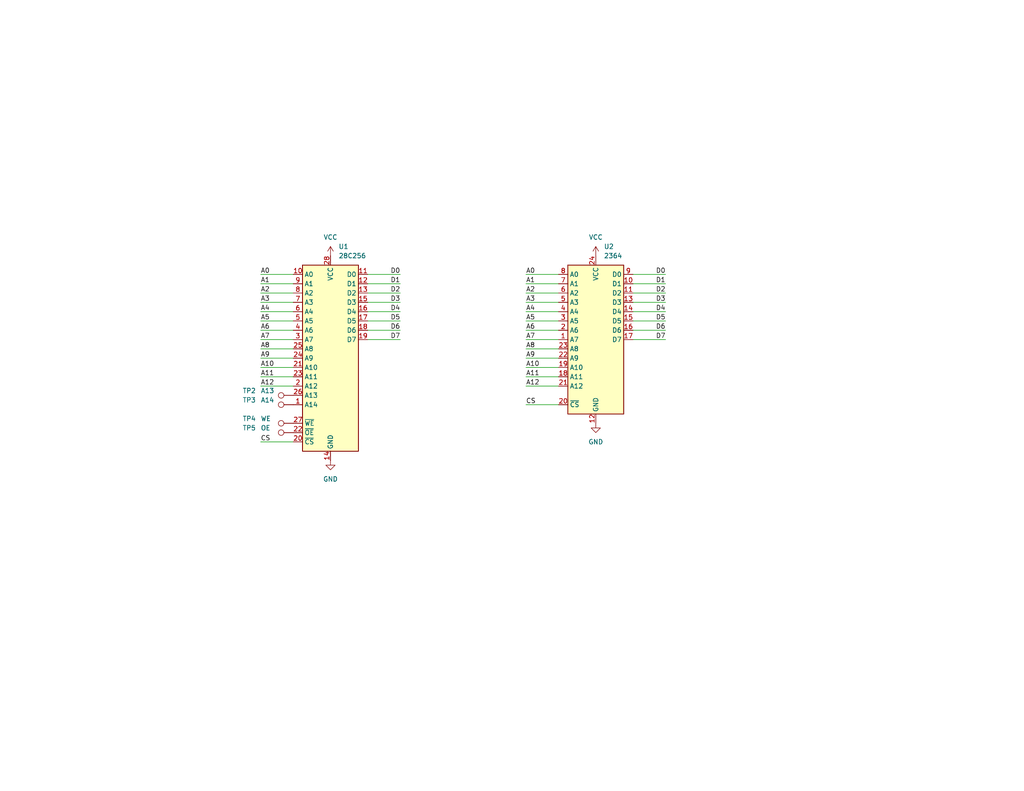
<source format=kicad_sch>
(kicad_sch (version 20231120) (generator "eeschema") (generator_version "8.0")
  (paper "A")
  (title_block (date "2024-06-14"))
  (lib_symbols
    (symbol "Connector:TestPoint" (pin_numbers hide) (pin_names (offset 0.762) hide)
      (property "Reference" "TP" (at 0 6.858 0))
      (property "Value" "TestPoint" (at 0 5.08 0))
      (symbol "TestPoint_0_1"
        (circle (center 0 3.302) (radius 0.762))
      )
      (symbol "TestPoint_1_1"
        (pin passive line (at 0 0 90) (length 2.54) (name "1") (number "1"))
      )
    )
    (symbol "Memory_EEPROM:28C256"
      (property "Reference" "U" (at -7.62 26.67 0))
      (property "Value" "28C256" (at 2.54 -26.67 0))
      (symbol "28C256_1_1"
        (rectangle (start -7.62 25.4) (end 7.62 -25.4) (stroke (width 0.254)) (fill (type background)))
        (pin input line (at -10.16 -12.7 0) (length 2.54) (name "A14") (number "1"))
        (pin input line (at -10.16 22.86 0) (length 2.54) (name "A0") (number "10"))
        (pin tri_state line (at 10.16 22.86 180) (length 2.54) (name "D0") (number "11"))
        (pin tri_state line (at 10.16 20.32 180) (length 2.54) (name "D1") (number "12"))
        (pin tri_state line (at 10.16 17.78 180) (length 2.54) (name "D2") (number "13"))
        (pin power_in line (at 0 -27.94 90) (length 2.54) (name "GND") (number "14"))
        (pin tri_state line (at 10.16 15.24 180) (length 2.54) (name "D3") (number "15"))
        (pin tri_state line (at 10.16 12.7 180) (length 2.54) (name "D4") (number "16"))
        (pin tri_state line (at 10.16 10.16 180) (length 2.54) (name "D5") (number "17"))
        (pin tri_state line (at 10.16 7.62 180) (length 2.54) (name "D6") (number "18"))
        (pin tri_state line (at 10.16 5.08 180) (length 2.54) (name "D7") (number "19"))
        (pin input line (at -10.16 -7.62 0) (length 2.54) (name "A12") (number "2"))
        (pin input line (at -10.16 -22.86 0) (length 2.54) (name "~{CS}") (number "20"))
        (pin input line (at -10.16 -2.54 0) (length 2.54) (name "A10") (number "21"))
        (pin input line (at -10.16 -20.32 0) (length 2.54) (name "~{OE}") (number "22"))
        (pin input line (at -10.16 -5.08 0) (length 2.54) (name "A11") (number "23"))
        (pin input line (at -10.16 0 0) (length 2.54) (name "A9") (number "24"))
        (pin input line (at -10.16 2.54 0) (length 2.54) (name "A8") (number "25"))
        (pin input line (at -10.16 -10.16 0) (length 2.54) (name "A13") (number "26"))
        (pin input line (at -10.16 -17.78 0) (length 2.54) (name "~{WE}") (number "27"))
        (pin power_in line (at 0 27.94 270) (length 2.54) (name "VCC") (number "28"))
        (pin input line (at -10.16 5.08 0) (length 2.54) (name "A7") (number "3"))
        (pin input line (at -10.16 7.62 0) (length 2.54) (name "A6") (number "4"))
        (pin input line (at -10.16 10.16 0) (length 2.54) (name "A5") (number "5"))
        (pin input line (at -10.16 12.7 0) (length 2.54) (name "A4") (number "6"))
        (pin input line (at -10.16 15.24 0) (length 2.54) (name "A3") (number "7"))
        (pin input line (at -10.16 17.78 0) (length 2.54) (name "A2") (number "8"))
        (pin input line (at -10.16 20.32 0) (length 2.54) (name "A1") (number "9"))
      )
    )
    (symbol "picoprom-mask-rom:2364"
      (property "Reference" "U" (at -7.62 21.59 0))
      (property "Value" "2364" (at 2.286 -21.844 0))
      (symbol "2364_1_1"
        (rectangle (start -7.62 20.32) (end 7.62 -20.32) (stroke (width 0.254)) (fill (type background)))
        (pin input line (at -10.16 0 0) (length 2.54) (name "A7") (number "1"))
        (pin tri_state line (at 10.16 15.24 180) (length 2.54) (name "D1") (number "10"))
        (pin tri_state line (at 10.16 12.7 180) (length 2.54) (name "D2") (number "11"))
        (pin power_in line (at 0 -22.86 90) (length 2.54) (name "GND") (number "12"))
        (pin tri_state line (at 10.16 10.16 180) (length 2.54) (name "D3") (number "13"))
        (pin tri_state line (at 10.16 7.62 180) (length 2.54) (name "D4") (number "14"))
        (pin tri_state line (at 10.16 5.08 180) (length 2.54) (name "D5") (number "15"))
        (pin tri_state line (at 10.16 2.54 180) (length 2.54) (name "D6") (number "16"))
        (pin tri_state line (at 10.16 0 180) (length 2.54) (name "D7") (number "17"))
        (pin input line (at -10.16 -10.16 0) (length 2.54) (name "A11") (number "18"))
        (pin input line (at -10.16 -7.62 0) (length 2.54) (name "A10") (number "19"))
        (pin input line (at -10.16 2.54 0) (length 2.54) (name "A6") (number "2"))
        (pin input line (at -10.16 -17.78 0) (length 2.54) (name "~{CS}") (number "20"))
        (pin input line (at -10.16 -12.7 0) (length 2.54) (name "A12") (number "21"))
        (pin input line (at -10.16 -5.08 0) (length 2.54) (name "A9") (number "22"))
        (pin input line (at -10.16 -2.54 0) (length 2.54) (name "A8") (number "23"))
        (pin power_in line (at 0 22.86 270) (length 2.54) (name "VCC") (number "24"))
        (pin input line (at -10.16 5.08 0) (length 2.54) (name "A5") (number "3"))
        (pin input line (at -10.16 7.62 0) (length 2.54) (name "A4") (number "4"))
        (pin input line (at -10.16 10.16 0) (length 2.54) (name "A3") (number "5"))
        (pin input line (at -10.16 12.7 0) (length 2.54) (name "A2") (number "6"))
        (pin input line (at -10.16 15.24 0) (length 2.54) (name "A1") (number "7"))
        (pin input line (at -10.16 17.78 0) (length 2.54) (name "A0") (number "8"))
        (pin tri_state line (at 10.16 17.78 180) (length 2.54) (name "D0") (number "9"))
      )
    )
    (symbol "power:GND" (power) (pin_names (offset 0))
      (property "Value" "GND" (at 0 -3.81 0))
      (symbol "GND_0_1"
        (polyline (pts (xy 0 0) (xy 0 -1.27) (xy 1.27 -1.27) (xy 0 -2.54) (xy -1.27 -1.27) (xy 0 -1.27)))
      )
      (symbol "GND_1_1"
        (pin power_in line (at 0 0 270) (length 0) hide (name "GND") (number "1"))
      )
    )
    (symbol "power:VCC" (power) (pin_names (offset 0))
      (property "Value" "VCC" (at 0 3.81 0))
      (symbol "VCC_0_1"
        (polyline (pts (xy -0.762 1.27) (xy 0 2.54)))
        (polyline (pts (xy 0 0) (xy 0 2.54)))
        (polyline (pts (xy 0 2.54) (xy 0.762 1.27)))
      )
      (symbol "VCC_1_1"
        (pin power_in line (at 0 0 90) (length 0) hide (name "VCC") (number "1"))
      )
    )
  )
  (wire (pts (xy 143.51 97.79) (xy 152.4 97.79)))
  (wire (pts (xy 181.61 77.47) (xy 172.72 77.47)))
  (wire (pts (xy 71.12 100.33) (xy 80.01 100.33)))
  (wire (pts (xy 71.12 80.01) (xy 80.01 80.01)))
  (wire (pts (xy 109.22 80.01) (xy 100.33 80.01)))
  (wire (pts (xy 109.22 82.55) (xy 100.33 82.55)))
  (wire (pts (xy 71.12 87.63) (xy 80.01 87.63)))
  (wire (pts (xy 181.61 80.01) (xy 172.72 80.01)))
  (wire (pts (xy 71.12 77.47) (xy 80.01 77.47)))
  (wire (pts (xy 181.61 82.55) (xy 172.72 82.55)))
  (wire (pts (xy 181.61 87.63) (xy 172.72 87.63)))
  (wire (pts (xy 109.22 77.47) (xy 100.33 77.47)))
  (wire (pts (xy 71.12 95.25) (xy 80.01 95.25)))
  (wire (pts (xy 143.51 82.55) (xy 152.4 82.55)))
  (wire (pts (xy 143.51 102.87) (xy 152.4 102.87)))
  (wire (pts (xy 71.12 120.65) (xy 80.01 120.65)))
  (wire (pts (xy 71.12 74.93) (xy 80.01 74.93)))
  (wire (pts (xy 143.51 74.93) (xy 152.4 74.93)))
  (wire (pts (xy 109.22 74.93) (xy 100.33 74.93)))
  (wire (pts (xy 109.22 87.63) (xy 100.33 87.63)))
  (wire (pts (xy 109.22 85.09) (xy 100.33 85.09)))
  (wire (pts (xy 143.51 87.63) (xy 152.4 87.63)))
  (wire (pts (xy 71.12 85.09) (xy 80.01 85.09)))
  (wire (pts (xy 181.61 74.93) (xy 172.72 74.93)))
  (wire (pts (xy 71.12 90.17) (xy 80.01 90.17)))
  (wire (pts (xy 181.61 90.17) (xy 172.72 90.17)))
  (wire (pts (xy 143.51 110.49) (xy 152.4 110.49)))
  (wire (pts (xy 71.12 97.79) (xy 80.01 97.79)))
  (wire (pts (xy 181.61 92.71) (xy 172.72 92.71)))
  (wire (pts (xy 109.22 92.71) (xy 100.33 92.71)))
  (wire (pts (xy 143.51 80.01) (xy 152.4 80.01)))
  (wire (pts (xy 71.12 82.55) (xy 80.01 82.55)))
  (wire (pts (xy 143.51 100.33) (xy 152.4 100.33)))
  (wire (pts (xy 143.51 90.17) (xy 152.4 90.17)))
  (wire (pts (xy 143.51 105.41) (xy 152.4 105.41)))
  (wire (pts (xy 71.12 105.41) (xy 80.01 105.41)))
  (wire (pts (xy 143.51 85.09) (xy 152.4 85.09)))
  (wire (pts (xy 143.51 95.25) (xy 152.4 95.25)))
  (wire (pts (xy 71.12 102.87) (xy 80.01 102.87)))
  (wire (pts (xy 181.61 85.09) (xy 172.72 85.09)))
  (wire (pts (xy 143.51 92.71) (xy 152.4 92.71)))
  (wire (pts (xy 109.22 90.17) (xy 100.33 90.17)))
  (wire (pts (xy 71.12 92.71) (xy 80.01 92.71)))
  (wire (pts (xy 143.51 77.47) (xy 152.4 77.47)))
  (label "A4" (at 143.51 85.09 0))
  (label "D6" (at 181.61 90.17 180))
  (label "A9" (at 143.51 97.79 0))
  (label "A10" (at 143.51 100.33 0))
  (label "D1" (at 109.22 77.47 180))
  (label "A8" (at 71.12 95.25 0))
  (label "A9" (at 71.12 97.79 0))
  (label "A7" (at 71.12 92.71 0))
  (label "A2" (at 143.51 80.01 0))
  (label "A5" (at 71.12 87.63 0))
  (label "A1" (at 143.51 77.47 0))
  (label "A12" (at 71.12 105.41 0))
  (label "D7" (at 109.22 92.71 180))
  (label "A0" (at 71.12 74.93 0))
  (label "D2" (at 109.22 80.01 180))
  (label "A11" (at 143.51 102.87 0))
  (label "A6" (at 71.12 90.17 0))
  (label "A7" (at 143.51 92.71 0))
  (label "A5" (at 143.51 87.63 0))
  (label "D5" (at 181.61 87.63 180))
  (label "A11" (at 71.12 102.87 0))
  (label "A4" (at 71.12 85.09 0))
  (label "A1" (at 71.12 77.47 0))
  (label "D5" (at 109.22 87.63 180))
  (label "CS" (at 143.51 110.49 0))
  (label "A8" (at 143.51 95.25 0))
  (label "D6" (at 109.22 90.17 180))
  (label "CS" (at 71.12 120.65 0))
  (label "A3" (at 143.51 82.55 0))
  (label "D7" (at 181.61 92.71 180))
  (label "A0" (at 143.51 74.93 0))
  (label "D4" (at 181.61 85.09 180))
  (label "A3" (at 71.12 82.55 0))
  (label "D3" (at 181.61 82.55 180))
  (label "D2" (at 181.61 80.01 180))
  (label "D1" (at 181.61 77.47 180))
  (label "D4" (at 109.22 85.09 180))
  (label "D0" (at 181.61 74.93 180))
  (label "A2" (at 71.12 80.01 0))
  (label "D0" (at 109.22 74.93 180))
  (label "A6" (at 143.51 90.17 0))
  (label "D3" (at 109.22 82.55 180))
  (label "A12" (at 143.51 105.41 0))
  (label "A10" (at 71.12 100.33 0))
  (symbol (lib_id "power:VCC") (at 90.17 69.85 0) (unit 1)
    (property "Reference" "#PWR04" (effects (hide yes)))
    (property "Value" "VCC" (at 90.17 64.77 0))
  )
  (symbol (lib_id "power:VCC") (at 162.56 69.85 0) (unit 1)
    (property "Reference" "#PWR01" (effects (hide yes)))
    (property "Value" "VCC" (at 162.56 64.77 0))
  )
  (symbol (lib_id "power:GND") (at 90.17 125.73 0) (unit 1)
    (property "Reference" "#PWR05" (effects (hide yes)))
    (property "Value" "GND" (at 90.17 130.81 0))
  )
  (symbol (lib_id "Connector:TestPoint") (at 80.01 118.11 90) (unit 1)
    (property "Reference" "TP5" (at 69.85 116.84 90) (effects (justify left)))
    (property "Value" "OE" (at 71.12 116.84 90) (effects (justify right)))
    (property "Footprint" "TestPoint:TestPoint_Pad_D1.0mm" (effects (hide yes)))
  )
  (symbol (lib_id "picoprom-mask-rom:2364") (at 162.56 92.71 0) (unit 1)
    (property "Reference" "U2" (at 164.7541 67.31 0) (effects (justify left)))
    (property "Value" "2364" (at 164.7541 69.85 0) (effects (justify left)))
    (property "Footprint" "Package_DIP:DIP-24_W15.24mm_Socket" (effects (hide yes)))
    (property "Datasheet" "https://myoldcomputer.nl/Files/Datasheet/2364-Commodore.pdf" (effects (hide yes)))
    (property "Description" "MROM Static Read Only Memory 64 KBit" (effects (hide yes)))
  )
  (symbol (lib_id "Memory_EEPROM:28C256") (at 90.17 97.79 0) (unit 1)
    (property "Reference" "U1" (at 92.3641 67.31 0) (effects (justify left)))
    (property "Value" "28C256" (at 92.3641 69.85 0) (effects (justify left)))
    (property "Footprint" "picoprom-mask-rom:PicoPROM_DIP-28_W15.24mm" (effects (hide yes)))
    (property "Datasheet" "http://ww1.microchip.com/downloads/en/DeviceDoc/doc0006.pdf" (effects (hide yes)))
  )
  (symbol (lib_id "Connector:TestPoint") (at 80.01 115.57 90) (unit 1)
    (property "Reference" "TP4" (at 69.85 114.3 90) (effects (justify left)))
    (property "Value" "WE" (at 71.12 114.3 90) (effects (justify right)))
    (property "Footprint" "TestPoint:TestPoint_Pad_D1.0mm" (effects (hide yes)))
  )
  (symbol (lib_id "Connector:TestPoint") (at 80.01 110.49 90) (unit 1)
    (property "Reference" "TP3" (at 69.85 109.22 90) (effects (justify left)))
    (property "Value" "A14" (at 71.12 109.22 90) (effects (justify right)))
    (property "Footprint" "TestPoint:TestPoint_Pad_D1.0mm" (effects (hide yes)))
  )
  (symbol (lib_id "Connector:TestPoint") (at 80.01 107.95 90) (unit 1)
    (property "Reference" "TP2" (at 69.85 106.68 90) (effects (justify left)))
    (property "Value" "A13" (at 71.12 106.68 90) (effects (justify right)))
    (property "Footprint" "TestPoint:TestPoint_Pad_D1.0mm" (effects (hide yes)))
  )
  (symbol (lib_id "power:GND") (at 162.56 115.57 0) (unit 1)
    (property "Reference" "#PWR02" (effects (hide yes)))
    (property "Value" "GND" (at 162.56 120.65 0))
  )
)
</source>
